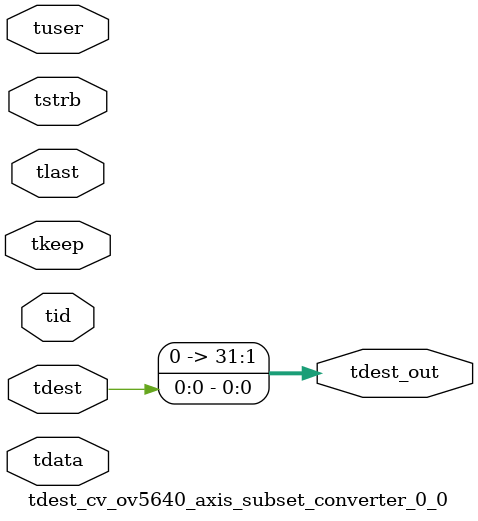
<source format=v>


`timescale 1ps/1ps

module tdest_cv_ov5640_axis_subset_converter_0_0 #
(
parameter C_S_AXIS_TDATA_WIDTH = 32,
parameter C_S_AXIS_TUSER_WIDTH = 0,
parameter C_S_AXIS_TID_WIDTH   = 0,
parameter C_S_AXIS_TDEST_WIDTH = 0,
parameter C_M_AXIS_TDEST_WIDTH = 32
)
(
input  [(C_S_AXIS_TDATA_WIDTH == 0 ? 1 : C_S_AXIS_TDATA_WIDTH)-1:0     ] tdata,
input  [(C_S_AXIS_TUSER_WIDTH == 0 ? 1 : C_S_AXIS_TUSER_WIDTH)-1:0     ] tuser,
input  [(C_S_AXIS_TID_WIDTH   == 0 ? 1 : C_S_AXIS_TID_WIDTH)-1:0       ] tid,
input  [(C_S_AXIS_TDEST_WIDTH == 0 ? 1 : C_S_AXIS_TDEST_WIDTH)-1:0     ] tdest,
input  [(C_S_AXIS_TDATA_WIDTH/8)-1:0 ] tkeep,
input  [(C_S_AXIS_TDATA_WIDTH/8)-1:0 ] tstrb,
input                                                                    tlast,
output [C_M_AXIS_TDEST_WIDTH-1:0] tdest_out
);

assign tdest_out = {tdest[0:0]};

endmodule


</source>
